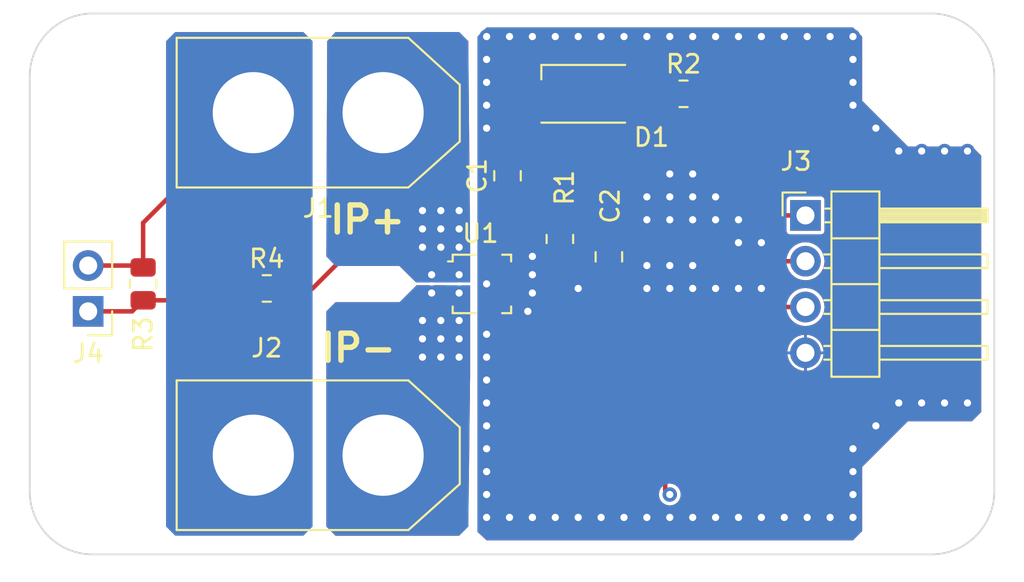
<source format=kicad_pcb>
(kicad_pcb (version 20211014) (generator pcbnew)
  (layers (0 "F.Cu" signal) (31 "B.Cu" signal) (34 "B.Paste" user) (35 "F.Paste" user) (36 "B.SilkS" user "B.Silkscreen") (37 "F.SilkS" user "F.Silkscreen") (38 "B.Mask" user) (39 "F.Mask" user) (44 "Edge.Cuts" user))
  (net 0 "")
  (net 1 "VCC")
  (net 2 "GND")
  (net 3 "Net-(C2-Pad1)")
  (net 4 "Net-(J3-Pad3)")
  (net 5 "Net-(D1-Pad2)")
  (net 6 "Net-(U1-Pad1)")
  (net 7 "Net-(J1-Pad2)")
  (net 8 "Net-(U1-Pad2)")
  (net 9 "Net-(J4-Pad1)")
  (footprint "Sensor_Current:Allegro_QFN-12-10-1EP_3x3mm_P0.5mm" (layer "F.Cu") (at 116.5 95)
    (fp_text reference "U1" (at 0 -2.8) (layer "F.SilkS"))
    (fp_text value "ACS711xEXLT-15AB")
    (fp_line (start -1.54 1.25) (end -1.54 1.62) (layer "F.SilkS") (width 0.12))
    (fp_line (start 1.7 -1.62) (end 1.2 -1.62) (layer "F.SilkS") (width 0.12))
    (fp_line (start 1.7 -1.62) (end 1.7 -1.25) (layer "F.SilkS") (width 0.12))
    (fp_line (start 1.7 1.62) (end 1.2 1.62) (layer "F.SilkS") (width 0.12))
    (fp_line (start 1.7 1.25) (end 1.7 1.62) (layer "F.SilkS") (width 0.12))
    (fp_line (start -1.54 -1.62) (end -0.25 -1.62) (layer "F.SilkS") (width 0.12))
    (fp_line (start -1.54 1.62) (end -0.25 1.62) (layer "F.SilkS") (width 0.12))
    (fp_line (start -1.54 -1.62) (end -1.54 -1.25) (layer "F.SilkS") (width 0.12))
    (fp_line (start -1.54 -1.25) (end -1.8 -1.25) (layer "F.SilkS") (width 0.12))
    (pad "1" smd rect (at -0.785 -0.7 45) (size 0.2828 0.2828) (layers "F.Cu" "F.Paste" "F.Mask") (net 6 "Net-(U1-Pad1)"))
    (pad "1" smd rect (at -0.685 -0.4) (size 0.2 0.6) (layers "F.Cu" "F.Paste" "F.Mask") (net 6 "Net-(U1-Pad1)"))
    (pad "1" smd rect (at -1.32 -0.5) (size 1.07 0.8) (layers "F.Cu" "F.Paste" "F.Mask") (net 6 "Net-(U1-Pad1)"))
    (pad "2" smd rect (at -1.32 0.5) (size 1.07 0.8) (layers "F.Cu" "F.Paste" "F.Mask") (net 8 "Net-(U1-Pad2)"))
    (pad "2" smd rect (at -0.685 0.4) (size 0.2 0.6) (layers "F.Cu" "F.Paste" "F.Mask") (net 8 "Net-(U1-Pad2)"))
    (pad "2" smd rect (at -0.785 0.7 45) (size 0.2828 0.2828) (layers "F.Cu" "F.Paste" "F.Mask") (net 8 "Net-(U1-Pad2)"))
    (pad "3" smd rect (at 0.23 1.45) (size 0.3 0.85) (layers "F.Cu" "F.Paste" "F.Mask") (net 2 "GND"))
    (pad "4" smd rect (at 0.73 1.45) (size 0.3 0.85) (layers "F.Cu" "F.Paste" "F.Mask") (net 4 "Net-(J3-Pad3)"))
    (pad "5" smd rect (at 1.43 0.75) (size 0.85 0.3) (layers "F.Cu" "F.Paste" "F.Mask") (net 2 "GND"))
    (pad "6" smd rect (at 1.43 0.25) (size 0.85 0.3) (layers "F.Cu" "F.Paste" "F.Mask") (net 2 "GND"))
    (pad "7" smd rect (at 1.43 -0.25) (size 0.85 0.3) (layers "F.Cu" "F.Paste" "F.Mask") (net 2 "GND"))
    (pad "8" smd rect (at 1.43 -0.75) (size 0.85 0.3) (layers "F.Cu" "F.Paste" "F.Mask") (net 2 "GND"))
    (pad "9" smd rect (at 0.73 -1.45) (size 0.3 0.85) (layers "F.Cu" "F.Paste" "F.Mask") (net 3 "Net-(C2-Pad1)"))
    (pad "10" smd rect (at 0.23 -1.45) (size 0.3 0.85) (layers "F.Cu" "F.Paste" "F.Mask") (net 1 "VCC"))
  )
  (footprint "Connector_PinHeader_2.54mm:PinHeader_1x04_P2.54mm_Horizontal" (layer "F.Cu") (at 134.525 91.2)
    (fp_text reference "J3" (at -0.525 -3) (layer "F.SilkS"))
    (fp_text value "Conn_01x04")
    (fp_line (start 10.1 7.24) (end 10.1 8) (layer "F.SilkS") (width 0.12))
    (fp_line (start 1.042929 2.16) (end 1.44 2.16) (layer "F.SilkS") (width 0.12))
    (fp_line (start 1.44 8.95) (end 4.1 8.95) (layer "F.SilkS") (width 0.12))
    (fp_line (start 4.1 4.7) (end 10.1 4.7) (layer "F.SilkS") (width 0.12))
    (fp_line (start 4.1 -0.32) (end 10.1 -0.32) (layer "F.SilkS") (width 0.12))
    (fp_line (start 1.44 -1.33) (end 1.44 8.95) (layer "F.SilkS") (width 0.12))
    (fp_line (start 1.11 -0.38) (end 1.44 -0.38) (layer "F.SilkS") (width 0.12))
    (fp_line (start 4.1 0.04) (end 10.1 0.04) (layer "F.SilkS") (width 0.12))
    (fp_line (start 10.1 4.7) (end 10.1 5.46) (layer "F.SilkS") (width 0.12))
    (fp_line (start 4.1 0.28) (end 10.1 0.28) (layer "F.SilkS") (width 0.12))
    (fp_line (start 10.1 0.38) (end 4.1 0.38) (layer "F.SilkS") (width 0.12))
    (fp_line (start 4.1 -0.2) (end 10.1 -0.2) (layer "F.SilkS") (width 0.12))
    (fp_line (start 4.1 2.16) (end 10.1 2.16) (layer "F.SilkS") (width 0.12))
    (fp_line (start 1.11 0.38) (end 1.44 0.38) (layer "F.SilkS") (width 0.12))
    (fp_line (start 1.042929 8) (end 1.44 8) (layer "F.SilkS") (width 0.12))
    (fp_line (start 10.1 2.92) (end 4.1 2.92) (layer "F.SilkS") (width 0.12))
    (fp_line (start 1.44 3.81) (end 4.1 3.81) (layer "F.SilkS") (width 0.12))
    (fp_line (start 4.1 -0.08) (end 10.1 -0.08) (layer "F.SilkS") (width 0.12))
    (fp_line (start 1.44 6.35) (end 4.1 6.35) (layer "F.SilkS") (width 0.12))
    (fp_line (start -1.27 0) (end -1.27 -1.27) (layer "F.SilkS") (width 0.12))
    (fp_line (start 4.1 0.16) (end 10.1 0.16) (layer "F.SilkS") (width 0.12))
    (fp_line (start 1.042929 7.24) (end 1.44 7.24) (layer "F.SilkS") (width 0.12))
    (fp_line (start 1.042929 2.92) (end 1.44 2.92) (layer "F.SilkS") (width 0.12))
    (fp_line (start -1.27 -1.27) (end 0 -1.27) (layer "F.SilkS") (width 0.12))
    (fp_line (start 1.042929 4.7) (end 1.44 4.7) (layer "F.SilkS") (width 0.12))
    (fp_line (start 10.1 8) (end 4.1 8) (layer "F.SilkS") (width 0.12))
    (fp_line (start 10.1 -0.38) (end 10.1 0.38) (layer "F.SilkS") (width 0.12))
    (fp_line (start 1.042929 5.46) (end 1.44 5.46) (layer "F.SilkS") (width 0.12))
    (fp_line (start 4.1 8.95) (end 4.1 -1.33) (layer "F.SilkS") (width 0.12))
    (fp_line (start 4.1 -0.38) (end 10.1 -0.38) (layer "F.SilkS") (width 0.12))
    (fp_line (start 1.44 1.27) (end 4.1 1.27) (layer "F.SilkS") (width 0.12))
    (fp_line (start 10.1 2.16) (end 10.1 2.92) (layer "F.SilkS") (width 0.12))
    (fp_line (start 4.1 7.24) (end 10.1 7.24) (layer "F.SilkS") (width 0.12))
    (fp_line (start 10.1 5.46) (end 4.1 5.46) (layer "F.SilkS") (width 0.12))
    (fp_line (start 4.1 -1.33) (end 1.44 -1.33) (layer "F.SilkS") (width 0.12))
    (pad "1" thru_hole rect (at 0 0) (size 1.7 1.7) (drill 1) (layers *.Cu *.Mask) (net 1 "VCC"))
    (pad "2" thru_hole oval (at 0 2.54) (size 1.7 1.7) (drill 1) (layers *.Cu *.Mask) (net 3 "Net-(C2-Pad1)"))
    (pad "3" thru_hole oval (at 0 5.08) (size 1.7 1.7) (drill 1) (layers *.Cu *.Mask) (net 4 "Net-(J3-Pad3)"))
    (pad "4" thru_hole oval (at 0 7.62) (size 1.7 1.7) (drill 1) (layers *.Cu *.Mask) (net 2 "GND"))
  )
  (footprint "MountingHole:MountingHole_3.2mm_M3" (layer "F.Cu") (at 95 106.5)
    (fp_text reference "H3" hide)
    (fp_text value "MountingHole")
    (pad "" np_thru_hole circle (at 0 0) (size 3.2 3.2) (drill 3.2) (layers *.Cu *.Mask))
  )
  (footprint "Resistor_SMD:R_0805_2012Metric" (layer "F.Cu") (at 127.762 84.455)
    (fp_text reference "R2" (at 0 -1.65) (layer "F.SilkS"))
    (fp_text value "1k")
    (fp_line (start -0.227064 0.735) (end 0.227064 0.735) (layer "F.SilkS") (width 0.12))
    (fp_line (start -0.227064 -0.735) (end 0.227064 -0.735) (layer "F.SilkS") (width 0.12))
    (pad "1" smd roundrect (at -0.9125 0) (size 1.025 1.4) (layers "F.Cu" "F.Paste" "F.Mask") (roundrect_rratio 0.243902) (net 5 "Net-(D1-Pad2)"))
    (pad "2" smd roundrect (at 0.9125 0) (size 1.025 1.4) (layers "F.Cu" "F.Paste" "F.Mask") (roundrect_rratio 0.243902) (net 1 "VCC"))
  )
  (footprint "MountingHole:MountingHole_3.2mm_M3" (layer "F.Cu") (at 141.5 83.5)
    (fp_text reference "H2" hide)
    (fp_text value "MountingHole")
    (pad "" np_thru_hole circle (at 0 0) (size 3.2 3.2) (drill 3.2) (layers *.Cu *.Mask))
  )
  (footprint "Capacitor_SMD:C_0805_2012Metric" (layer "F.Cu") (at 123.6218 93.4974 -90)
    (fp_text reference "C2" (at -2.8194 -0.0762 90) (layer "F.SilkS"))
    (fp_text value "DNP")
    (fp_line (start -0.261252 -0.735) (end 0.261252 -0.735) (layer "F.SilkS") (width 0.12))
    (fp_line (start -0.261252 0.735) (end 0.261252 0.735) (layer "F.SilkS") (width 0.12))
    (pad "1" smd roundrect (at -0.95 0 270) (size 1 1.45) (layers "F.Cu" "F.Paste" "F.Mask") (net 3 "Net-(C2-Pad1)"))
    (pad "2" smd roundrect (at 0.95 0 270) (size 1 1.45) (layers "F.Cu" "F.Paste" "F.Mask") (net 2 "GND"))
  )
  (footprint "Connector_AMASS:AMASS_XT60-M_1x02_P7.20mm_Vertical" (layer "F.Cu") (at 111.1 85.5 180)
    (fp_text reference "J1" (at 3.6 -5.3) (layer "F.SilkS"))
    (fp_text value "Conn_01x02")
    (fp_line (start 11.45 4.15) (end 11.45 -4.15) (layer "F.SilkS") (width 0.12))
    (fp_line (start -4.25 -1.6) (end -4.25 1.55) (layer "F.SilkS") (width 0.12))
    (fp_line (start 11.45 -4.15) (end -1.4 -4.15) (layer "F.SilkS") (width 0.12))
    (fp_line (start -4.25 1.55) (end -1.4 4.15) (layer "F.SilkS") (width 0.12))
    (fp_line (start -1.4 -4.15) (end -4.25 -1.6) (layer "F.SilkS") (width 0.12))
    (fp_line (start -1.4 4.15) (end 11.45 4.15) (layer "F.SilkS") (width 0.12))
    (pad "1" thru_hole roundrect (at 0 0 180) (size 6 6) (drill 4.5) (layers *.Cu *.Mask) (net 6 "Net-(U1-Pad1)"))
    (pad "2" thru_hole circle (at 7.2 0 180) (size 6 6) (drill 4.5) (layers *.Cu *.Mask) (net 7 "Net-(J1-Pad2)"))
  )
  (footprint "Connector_AMASS:AMASS_XT60-F_1x02_P7.20mm_Vertical" (layer "F.Cu") (at 111.1 104.5 180)
    (fp_text reference "J2" (at 6.452 5.948) (layer "F.SilkS"))
    (fp_text value "Conn_01x02")
    (fp_line (start -4.25 1.55) (end -1.4 4.15) (layer "F.SilkS") (width 0.12))
    (fp_line (start 11.45 -4.15) (end -1.4 -4.15) (layer "F.SilkS") (width 0.12))
    (fp_line (start -1.4 -4.15) (end -4.25 -1.6) (layer "F.SilkS") (width 0.12))
    (fp_line (start 11.45 4.15) (end 11.45 -4.15) (layer "F.SilkS") (width 0.12))
    (fp_line (start -1.4 4.15) (end 11.45 4.15) (layer "F.SilkS") (width 0.12))
    (fp_line (start -4.25 -1.6) (end -4.25 1.55) (layer "F.SilkS") (width 0.12))
    (pad "1" thru_hole roundrect (at 0 0 180) (size 6 6) (drill 4.5) (layers *.Cu *.Mask) (net 8 "Net-(U1-Pad2)"))
    (pad "2" thru_hole circle (at 7.2 0 180) (size 6 6) (drill 4.5) (layers *.Cu *.Mask) (net 7 "Net-(J1-Pad2)"))
  )
  (footprint "Resistor_SMD:R_0805_2012Metric" (layer "F.Cu") (at 120.904 92.5068 -90)
    (fp_text reference "R1" (at -2.8448 -0.254 90) (layer "F.SilkS"))
    (fp_text value "1k")
    (fp_line (start -0.227064 0.735) (end 0.227064 0.735) (layer "F.SilkS") (width 0.12))
    (fp_line (start -0.227064 -0.735) (end 0.227064 -0.735) (layer "F.SilkS") (width 0.12))
    (pad "1" smd roundrect (at -0.9125 0 270) (size 1.025 1.4) (layers "F.Cu" "F.Paste" "F.Mask") (roundrect_rratio 0.243902) (net 1 "VCC"))
    (pad "2" smd roundrect (at 0.9125 0 270) (size 1.025 1.4) (layers "F.Cu" "F.Paste" "F.Mask") (roundrect_rratio 0.243902) (net 4 "Net-(J3-Pad3)"))
  )
  (footprint "Resistor_SMD:R_0805_2012Metric" (layer "F.Cu") (at 104.648 95.25)
    (fp_text reference "R4" (at 0 -1.65) (layer "F.SilkS"))
    (fp_text value "R_Small")
    (fp_line (start -0.227064 -0.735) (end 0.227064 -0.735) (layer "F.SilkS") (width 0.12))
    (fp_line (start -0.227064 0.735) (end 0.227064 0.735) (layer "F.SilkS") (width 0.12))
    (pad "1" smd roundrect (at -0.9125 0) (size 1.025 1.4) (layers "F.Cu" "F.Paste" "F.Mask") (roundrect_rratio 0.243902) (net 9 "Net-(J4-Pad1)"))
    (pad "2" smd roundrect (at 0.9125 0) (size 1.025 1.4) (layers "F.Cu" "F.Paste" "F.Mask") (roundrect_rratio 0.243902) (net 6 "Net-(U1-Pad1)"))
  )
  (footprint "Capacitor_SMD:C_0805_2012Metric" (layer "F.Cu") (at 118 89 90)
    (fp_text reference "C1" (at 0 -1.68 90) (layer "F.SilkS"))
    (fp_text value "100nF")
    (fp_line (start -0.261252 0.735) (end 0.261252 0.735) (layer "F.SilkS") (width 0.12))
    (fp_line (start -0.261252 -0.735) (end 0.261252 -0.735) (layer "F.SilkS") (width 0.12))
    (pad "1" smd roundrect (at -0.95 0 90) (size 1 1.45) (layers "F.Cu" "F.Paste" "F.Mask") (net 1 "VCC"))
    (pad "2" smd roundrect (at 0.95 0 90) (size 1 1.45) (layers "F.Cu" "F.Paste" "F.Mask") (net 2 "GND"))
  )
  (footprint "MountingHole:MountingHole_3.2mm_M3" (layer "F.Cu") (at 95 83.5)
    (fp_text reference "H1" hide)
    (fp_text value "MountingHole")
    (pad "" np_thru_hole circle (at 0 0) (size 3.2 3.2) (drill 3.2) (layers *.Cu *.Mask))
  )
  (footprint "MountingHole:MountingHole_3.2mm_M3" (layer "F.Cu") (at 141.5 106.5)
    (fp_text reference "H4" hide)
    (fp_text value "MountingHole")
    (pad "" np_thru_hole circle (at 0 0) (size 3.2 3.2) (drill 3.2) (layers *.Cu *.Mask))
  )
  (footprint "Connector_PinHeader_2.54mm:PinHeader_1x02_P2.54mm_Vertical" (layer "F.Cu") (at 94.742 96.52 180)
    (fp_text reference "J4" (at 0 -2.33 180) (layer "F.SilkS"))
    (fp_text value "Conn_01x02")
    (fp_line (start -1.33 -1.33) (end 0 -1.33) (layer "F.SilkS") (width 0.12))
    (fp_line (start -1.33 1.27) (end 1.33 1.27) (layer "F.SilkS") (width 0.12))
    (fp_line (start -1.33 1.27) (end -1.33 3.87) (layer "F.SilkS") (width 0.12))
    (fp_line (start -1.33 0) (end -1.33 -1.33) (layer "F.SilkS") (width 0.12))
    (fp_line (start 1.33 1.27) (end 1.33 3.87) (layer "F.SilkS") (width 0.12))
    (fp_line (start -1.33 3.87) (end 1.33 3.87) (layer "F.SilkS") (width 0.12))
    (pad "1" thru_hole rect (at 0 0 180) (size 1.7 1.7) (drill 1) (layers *.Cu *.Mask) (net 9 "Net-(J4-Pad1)"))
    (pad "2" thru_hole oval (at 0 2.54 180) (size 1.7 1.7) (drill 1) (layers *.Cu *.Mask) (net 7 "Net-(J1-Pad2)"))
  )
  (footprint "LED_SMD:LED_PLCC-2" (layer "F.Cu") (at 122.2756 84.455)
    (fp_text reference "D1" (at 3.7084 2.413) (layer "F.SilkS"))
    (fp_text value "LED")
    (fp_line (start 2.25 1.6) (end -2.4 1.6) (layer "F.SilkS") (width 0.12))
    (fp_line (start 2.25 -1.6) (end -2.4 -1.6) (layer "F.SilkS") (width 0.12))
    (fp_line (start -2.4 -1.6) (end -2.4 -0.8) (layer "F.SilkS") (width 0.12))
    (pad "1" smd rect (at -1.5 0) (size 1.5 2.6) (layers "F.Cu" "F.Paste" "F.Mask") (net 2 "GND"))
    (pad "2" smd rect (at 1.5 0) (size 1.5 2.6) (layers "F.Cu" "F.Paste" "F.Mask") (net 5 "Net-(D1-Pad2)"))
  )
  (footprint "Resistor_SMD:R_0805_2012Metric" (layer "F.Cu") (at 97.79 94.996 -90)
    (fp_text reference "R3" (at 2.794 0 90) (layer "F.SilkS"))
    (fp_text value "R_Small")
    (fp_line (start -0.227064 -0.735) (end 0.227064 -0.735) (layer "F.SilkS") (width 0.12))
    (fp_line (start -0.227064 0.735) (end 0.227064 0.735) (layer "F.SilkS") (width 0.12))
    (pad "1" smd roundrect (at -0.9125 0 270) (size 1.025 1.4) (layers "F.Cu" "F.Paste" "F.Mask") (roundrect_rratio 0.243902) (net 7 "Net-(J1-Pad2)"))
    (pad "2" smd roundrect (at 0.9125 0 270) (size 1.025 1.4) (layers "F.Cu" "F.Paste" "F.Mask") (roundrect_rratio 0.243902) (net 9 "Net-(J4-Pad1)"))
  )
  (gr_arc (start 95 110) (mid 92.525126 108.974874) (end 91.5 106.5) (layer "Edge.Cuts") (width 0.1))
  (gr_line (start 145 83.5) (end 145 106.5) (layer "Edge.Cuts") (width 0.1))
  (gr_line (start 141.5 110) (end 95 110) (layer "Edge.Cuts") (width 0.1))
  (gr_line (start 95 80) (end 141.5 80) (layer "Edge.Cuts") (width 0.1))
  (gr_line (start 91.5 106.5) (end 91.5 83.5) (layer "Edge.Cuts") (width 0.1))
  (gr_arc (start 91.5 83.5) (mid 92.525126 81.025126) (end 95 80) (layer "Edge.Cuts") (width 0.1))
  (gr_arc (start 145 106.5) (mid 143.974874 108.974874) (end 141.5 110) (layer "Edge.Cuts") (width 0.1))
  (gr_arc (start 141.5 80) (mid 143.974874 81.025126) (end 145 83.5) (layer "Edge.Cuts") (width 0.1))
  (gr_text "IP+" (at 110.236 91.44) (layer "F.SilkS") (effects (font (size 1.5 1.5) (thickness 0.3))))
  (gr_text "IP-\n" (at 109.728 98.552) (layer "F.SilkS") (effects (font (size 1.5 1.5) (thickness 0.3))))
  (segment (start 120.904 90.678) (end 120.904 91.5943) (width 0.25) (layer "F.Cu") (net 1))
  (segment (start 128.6745 84.455) (end 128.6745 87.5265) (width 0.25) (layer "F.Cu") (net 1))
  (segment (start 120.176 89.95) (end 120.904 90.678) (width 0.25) (layer "F.Cu") (net 1))
  (segment (start 128.6745 87.5265) (end 132.348 91.2) (width 0.25) (layer "F.Cu") (net 1))
  (segment (start 118 89.95) (end 124.426 89.95) (width 0.25) (layer "F.Cu") (net 1))
  (segment (start 118 89.95) (end 120.176 89.95) (width 0.25) (layer "F.Cu") (net 1))
  (segment (start 124.426 89.95) (end 128.6745 85.7015) (width 0.25) (layer "F.Cu") (net 1))
  (segment (start 132.348 91.2) (end 134.525 91.2) (width 0.25) (layer "F.Cu") (net 1))
  (segment (start 118 90.7372) (end 116.73 92.0072) (width 0.25) (layer "F.Cu") (net 1))
  (segment (start 128.6745 85.7015) (end 128.6745 84.455) (width 0.25) (layer "F.Cu") (net 1))
  (segment (start 118 89.95) (end 118 90.7372) (width 0.25) (layer "F.Cu") (net 1))
  (segment (start 116.73 92.0072) (end 116.73 93.55) (width 0.25) (layer "F.Cu") (net 1))
  (via (at 116.84 86.36) (size 0.8) (drill 0.4) (layers "F.Cu" "B.Cu") (net 2))
  (via (at 125.73 95.25) (size 0.8) (drill 0.4) (layers "F.Cu" "B.Cu") (net 2))
  (via (at 119.38 94.488) (size 0.8) (drill 0.4) (layers "F.Cu" "B.Cu") (net 2))
  (via (at 116.84 100.33) (size 0.8) (drill 0.4) (layers "F.Cu" "B.Cu") (net 2))
  (via (at 118.11 81.28) (size 0.8) (drill 0.4) (layers "F.Cu" "B.Cu") (net 2))
  (via (at 137.16 106.68) (size 0.8) (drill 0.4) (layers "F.Cu" "B.Cu") (net 2))
  (via (at 130.81 92.71) (size 0.8) (drill 0.4) (layers "F.Cu" "B.Cu") (net 2))
  (via (at 140.97 87.63) (size 0.8) (drill 0.4) (layers "F.Cu" "B.Cu") (net 2))
  (via (at 128.27 90.17) (size 0.8) (drill 0.4) (layers "F.Cu" "B.Cu") (net 2))
  (via (at 116.84 82.55) (size 0.8) (drill 0.4) (layers "F.Cu" "B.Cu") (net 2))
  (via (at 127 95.25) (size 0.8) (drill 0.4) (layers "F.Cu" "B.Cu") (net 2))
  (via (at 125.73 91.44) (size 0.8) (drill 0.4) (layers "F.Cu" "B.Cu") (net 2))
  (via (at 125.73 81.28) (size 0.8) (drill 0.4) (layers "F.Cu" "B.Cu") (net 2))
  (via (at 116.84 107.95) (size 0.8) (drill 0.4) (layers "F.Cu" "B.Cu") (net 2))
  (via (at 133.35 107.95) (size 0.8) (drill 0.4) (layers "F.Cu" "B.Cu") (net 2))
  (via (at 130.81 95.25) (size 0.8) (drill 0.4) (layers "F.Cu" "B.Cu") (net 2))
  (via (at 119.38 107.95) (size 0.8) (drill 0.4) (layers "F.Cu" "B.Cu") (net 2))
  (via (at 116.84 81.28) (size 0.8) (drill 0.4) (layers "F.Cu" "B.Cu") (net 2))
  (via (at 134.62 81.28) (size 0.8) (drill 0.4) (layers "F.Cu" "B.Cu") (net 2))
  (via (at 134.62 107.95) (size 0.8) (drill 0.4) (layers "F.Cu" "B.Cu") (net 2))
  (via (at 129.54 90.17) (size 0.8) (drill 0.4) (layers "F.Cu" "B.Cu") (net 2))
  (via (at 128.27 88.9) (size 0.8) (drill 0.4) (layers "F.Cu" "B.Cu") (net 2))
  (via (at 116.84 85.09) (size 0.8) (drill 0.4) (layers "F.Cu" "B.Cu") (net 2))
  (via (at 116.84 104.14) (size 0.8) (drill 0.4) (layers "F.Cu" "B.Cu") (net 2))
  (via (at 142.24 101.6) (size 0.8) (drill 0.4) (layers "F.Cu" "B.Cu") (net 2))
  (via (at 119.126 96.52) (size 0.8) (drill 0.4) (layers "F.Cu" "B.Cu") (net 2))
  (via (at 130.81 81.28) (size 0.8) (drill 0.4) (layers "F.Cu" "B.Cu") (net 2))
  (via (at 128.27 91.44) (size 0.8) (drill 0.4) (layers "F.Cu" "B.Cu") (net 2))
  (via (at 119.38 95.504) (size 0.8) (drill 0.4) (layers "F.Cu" "B.Cu") (net 2))
  (via (at 121.92 81.28) (size 0.8) (drill 0.4) (layers "F.Cu" "B.Cu") (net 2))
  (via (at 116.84 83.82) (size 0.8) (drill 0.4) (layers "F.Cu" "B.Cu") (net 2))
  (via (at 139.7 101.6) (size 0.8) (drill 0.4) (layers "F.Cu" "B.Cu") (net 2))
  (via (at 121.92 95.25) (size 0.8) (drill 0.4) (layers "F.Cu" "B.Cu") (net 2))
  (via (at 137.16 83.82) (size 0.8) (drill 0.4) (layers "F.Cu" "B.Cu") (net 2))
  (via (at 129.54 95.25) (size 0.8) (drill 0.4) (layers "F.Cu" "B.Cu") (net 2))
  (via (at 129.54 107.95) (size 0.8) (drill 0.4) (layers "F.Cu" "B.Cu") (net 2))
  (via (at 137.16 81.28) (size 0.8) (drill 0.4) (layers "F.Cu" "B.Cu") (net 2))
  (via (at 137.16 85.09) (size 0.8) (drill 0.4) (layers "F.Cu" "B.Cu") (net 2))
  (via (at 140.97 101.6) (size 0.8) (drill 0.4) (layers "F.Cu" "B.Cu") (net 2))
  (via (at 123.19 81.28) (size 0.8) (drill 0.4) (layers "F.Cu" "B.Cu") (net 2))
  (via (at 116.84 101.6) (size 0.8) (drill 0.4) (layers "F.Cu" "B.Cu") (net 2))
  (via (at 127 81.28) (size 0.8) (drill 0.4) (layers "F.Cu" "B.Cu") (net 2))
  (via (at 116.84 97.79) (size 0.8) (drill 0.4) (layers "F.Cu" "B.Cu") (net 2))
  (via (at 138.43 86.36) (size 0.8) (drill 0.4) (layers "F.Cu" "B.Cu") (net 2))
  (via (at 124.46 107.95) (size 0.8) (drill 0.4) (layers "F.Cu" "B.Cu") (net 2))
  (via (at 130.81 107.95) (size 0.8) (drill 0.4) (layers "F.Cu" "B.Cu") (net 2))
  (via (at 132.08 95.25) (size 0.8) (drill 0.4) (layers "F.Cu" "B.Cu") (net 2))
  (via (at 127 90.17) (size 0.8) (drill 0.4) (layers "F.Cu" "B.Cu") (net 2))
  (via (at 118.11 107.95) (size 0.8) (drill 0.4) (layers "F.Cu" "B.Cu") (net 2))
  (via (at 137.16 104.14) (size 0.8) (drill 0.4) (layers "F.Cu" "B.Cu") (net 2))
  (via (at 127 107.95) (size 0.8) (drill 0.4) (layers "F.Cu" "B.Cu") (net 2))
  (via (at 119.38 81.28) (size 0.8) (drill 0.4) (layers "F.Cu" "B.Cu") (net 2))
  (via (at 128.27 81.28) (size 0.8) (drill 0.4) (layers "F.Cu" "B.Cu") (net 2))
  (via (at 129.54 81.28) (size 0.8) (drill 0.4) (layers "F.Cu" "B.Cu") (net 2))
  (via (at 127 88.9) (size 0.8) (drill 0.4) (layers "F.Cu" "B.Cu") (net 2))
  (via (at 128.27 107.95) (size 0.8) (drill 0.4) (layers "F.Cu" "B.Cu") (net 2))
  (via (at 121.92 107.95) (size 0.8) (drill 0.4) (layers "F.Cu" "B.Cu") (net 2))
  (via (at 125.73 93.98) (size 0.8) (drill 0.4) (layers "F.Cu" "B.Cu") (net 2))
  (via (at 142.24 87.63) (size 0.8) (drill 0.4) (layers "F.Cu" "B.Cu") (net 2))
  (via (at 137.16 105.41) (size 0.8) (drill 0.4) (layers "F.Cu" "B.Cu") (net 2))
  (via (at 116.84 94.996) (size 0.8) (drill 0.4) (layers "F.Cu" "B.Cu") (net 2))
  (via (at 137.16 82.55) (size 0.8) (drill 0.4) (layers "F.Cu" "B.Cu") (net 2))
  (via (at 120.65 107.95) (size 0.8) (drill 0.4) (layers "F.Cu" "B.Cu") (net 2))
  (via (at 127 93.98) (size 0.8) (drill 0.4) (layers "F.Cu" "B.Cu") (net 2))
  (via (at 116.84 106.68) (size 0.8) (drill 0.4) (layers "F.Cu" "B.Cu") (net 2))
  (via (at 125.73 107.95) (size 0.8) (drill 0.4) (layers "F.Cu" "B.Cu") (net 2))
  (via (at 132.08 107.95) (size 0.8) (drill 0.4) (layers "F.Cu" "B.Cu") (net 2))
  (via (at 138.43 102.87) (size 0.8) (drill 0.4) (layers "F.Cu" "B.Cu") (net 2))
  (via (at 132.08 81.28) (size 0.8) (drill 0.4) (layers "F.Cu" "B.Cu") (net 2))
  (via (at 133.35 81.28) (size 0.8) (drill 0.4) (layers "F.Cu" "B.Cu") (net 2))
  (via (at 135.89 81.28) (size 0.8) (drill 0.4) (layers "F.Cu" "B.Cu") (net 2))
  (via (at 129.54 91.44) (size 0.8) (drill 0.4) (layers "F.Cu" "B.Cu") (net 2))
  (via (at 120.65 81.28) (size 0.8) (drill 0.4) (layers "F.Cu" "B.Cu") (net 2))
  (via (at 128.27 93.98) (size 0.8) (drill 0.4) (layers "F.Cu" "B.Cu") (net 2))
  (via (at 127 91.44) (size 0.8) (drill 0.4) (layers "F.Cu" "B.Cu") (net 2))
  (via (at 139.7 87.63) (size 0.8) (drill 0.4) (layers "F.Cu" "B.Cu") (net 2))
  (via (at 137.16 107.95) (size 0.8) (drill 0.4) (layers "F.Cu" "B.Cu") (net 2))
  (via (at 135.89 107.95) (size 0.8) (drill 0.4) (layers "F.Cu" "B.Cu") (net 2))
  (via (at 132.08 92.71) (size 0.8) (drill 0.4) (layers "F.Cu" "B.Cu") (net 2))
  (via (at 123.19 107.95) (size 0.8) (drill 0.4) (layers "F.Cu" "B.Cu") (net 2))
  (via (at 143.51 101.6) (size 0.8) (drill 0.4) (layers "F.Cu" "B.Cu") (net 2))
  (via (at 116.84 99.06) (size 0.8) (drill 0.4) (layers "F.Cu" "B.Cu") (net 2))
  (via (at 119.38 107.95) (size 0.8) (drill 0.4) (layers "F.Cu" "B.Cu") (net 2))
  (via (at 124.46 81.28) (size 0.8) (drill 0.4) (layers "F.Cu" "B.Cu") (net 2))
  (via (at 119.38 93.472) (size 0.8) (drill 0.4) (layers "F.Cu" "B.Cu") (net 2))
  (via (at 130.81 91.44) (size 0.8) (drill 0.4) (layers "F.Cu" "B.Cu") (net 2))
  (via (at 125.73 90.17) (size 0.8) (drill 0.4) (layers "F.Cu" "B.Cu") (net 2))
  (via (at 128.27 95.25) (size 0.8) (drill 0.4) (layers "F.Cu" "B.Cu") (net 2))
  (via (at 116.84 102.87) (size 0.8) (drill 0.4) (layers "F.Cu" "B.Cu") (net 2))
  (via (at 116.84 105.41) (size 0.8) (drill 0.4) (layers "F.Cu" "B.Cu") (net 2))
  (via (at 143.51 87.63) (size 0.8) (drill 0.4) (layers "F.Cu" "B.Cu") (net 2))
  (segment (start 123.6218 92.5474) (end 117.5106 92.5474) (width 0.25) (layer "F.Cu") (net 3))
  (segment (start 117.23 92.828) (end 117.23 93.55) (width 0.25) (layer "F.Cu") (net 3))
  (segment (start 134.525 93.74) (end 129.808 93.74) (width 0.25) (layer "F.Cu") (net 3))
  (segment (start 128.6154 92.5474) (end 123.6218 92.5474) (width 0.25) (layer "F.Cu") (net 3))
  (segment (start 129.808 93.74) (end 128.6154 92.5474) (width 0.25) (layer "F.Cu") (net 3))
  (segment (start 117.5106 92.5474) (end 117.23 92.828) (width 0.25) (layer "F.Cu") (net 3))
  (segment (start 126.746 104.394) (end 126.746 104.902) (width 0.25) (layer "F.Cu") (net 4))
  (segment (start 122.174 101.346) (end 124.968 104.14) (width 0.25) (layer "F.Cu") (net 4))
  (segment (start 124.968 104.14) (end 125.476 103.632) (width 0.25) (layer "F.Cu") (net 4))
  (segment (start 126.746 105.41) (end 126.746 106.426) (width 0.25) (layer "F.Cu") (net 4))
  (segment (start 117.565 97.536) (end 119.3019 97.536) (width 0.25) (layer "F.Cu") (net 4))
  (segment (start 117.23 97.154695) (end 117.565 97.489695) (width 0.25) (layer "F.Cu") (net 4))
  (segment (start 122.174 100.33) (end 122.174 101.346) (width 0.25) (layer "F.Cu") (net 4))
  (segment (start 120.5579 96.28) (end 122.188 96.28) (width 0.25) (layer "F.Cu") (net 4))
  (segment (start 122.188 96.28) (end 122.188 100.316) (width 0.25) (layer "F.Cu") (net 4))
  (segment (start 128.778 104.394) (end 126.746 104.394) (width 0.25) (layer "F.Cu") (net 4))
  (segment (start 125.476 102.616) (end 129.286 102.616) (width 0.25) (layer "F.Cu") (net 4))
  (segment (start 120.904 93.4193) (end 120.904 95.9339) (width 0.25) (layer "F.Cu") (net 4))
  (segment (start 125.476 103.632) (end 125.476 102.616) (width 0.25) (layer "F.Cu") (net 4))
  (segment (start 117.565 97.489695) (end 117.565 97.536) (width 0.25) (layer "F.Cu") (net 4))
  (segment (start 122.188 96.28) (end 134.525 96.28) (width 0.25) (layer "F.Cu") (net 4))
  (segment (start 122.188 100.316) (end 122.174 100.33) (width 0.25) (layer "F.Cu") (net 4))
  (segment (start 129.286 103.886) (end 128.778 104.394) (width 0.25) (layer "F.Cu") (net 4))
  (segment (start 129.286 102.616) (end 129.286 103.886) (width 0.25) (layer "F.Cu") (net 4))
  (segment (start 120.904 95.9339) (end 120.5579 96.28) (width 0.25) (layer "F.Cu") (net 4))
  (segment (start 126.746 104.902) (end 126.746 105.41) (width 0.25) (layer "F.Cu") (net 4))
  (segment (start 117.23 96.45) (end 117.23 97.154695) (width 0.25) (layer "F.Cu") (net 4))
  (segment (start 126.746 106.426) (end 127 106.68) (width 0.25) (layer "F.Cu") (net 4))
  (segment (start 119.3019 97.536) (end 120.5579 96.28) (width 0.25) (layer "F.Cu") (net 4))
  (via (at 127 106.68) (size 0.8) (drill 0.4) (layers "F.Cu" "B.Cu") (net 4))
  (segment (start 126.8495 84.455) (end 123.7756 84.455) (width 0.25) (layer "F.Cu") (net 5))
  (segment (start 107.188 95.25) (end 108.712 93.726) (width 0.25) (layer "F.Cu") (net 6))
  (segment (start 105.5605 95.25) (end 107.188 95.25) (width 0.25) (layer "F.Cu") (net 6))
  (via (at 113.284 90.932) (size 0.8) (drill 0.4) (layers "F.Cu" "B.Cu") (net 6))
  (via (at 114.3 90.932) (size 0.8) (drill 0.4) (layers "F.Cu" "B.Cu") (net 6))
  (via (at 114.3 91.948) (size 0.8) (drill 0.4) (layers "F.Cu" "B.Cu") (net 6))
  (via (at 115.316 92.964) (size 0.8) (drill 0.4) (layers "F.Cu" "B.Cu") (net 6))
  (via (at 113.284 92.964) (size 0.8) (drill 0.4) (layers "F.Cu" "B.Cu") (net 6))
  (via (at 115.316 90.932) (size 0.8) (drill 0.4) (layers "F.Cu" "B.Cu") (net 6))
  (via (at 113.792 94.488) (size 0.8) (drill 0.4) (layers "F.Cu" "B.Cu") (net 6))
  (via (at 115.316 94.488) (size 0.8) (drill 0.4) (layers "F.Cu" "B.Cu") (net 6))
  (via (at 114.3 92.964) (size 0.8) (drill 0.4) (layers "F.Cu" "B.Cu") (net 6))
  (via (at 115.316 91.948) (size 0.8) (drill 0.4) (layers "F.Cu" "B.Cu") (net 6))
  (via (at 113.284 91.948) (size 0.8) (drill 0.4) (layers "F.Cu" "B.Cu") (net 6))
  (segment (start 97.79 91.61) (end 97.79 94.0835) (width 0.25) (layer "F.Cu") (net 7))
  (segment (start 94.742 93.98) (end 97.6865 93.98) (width 0.25) (layer "F.Cu") (net 7))
  (segment (start 103.9 85.5) (end 97.79 91.61) (width 0.25) (layer "F.Cu") (net 7))
  (segment (start 97.6865 93.98) (end 97.79 94.0835) (width 0.25) (layer "F.Cu") (net 7))
  (via (at 113.792 95.504) (size 0.8) (drill 0.4) (layers "F.Cu" "B.Cu") (net 8))
  (via (at 113.284 98.044) (size 0.8) (drill 0.4) (layers "F.Cu" "B.Cu") (net 8))
  (via (at 115.316 95.504) (size 0.8) (drill 0.4) (layers "F.Cu" "B.Cu") (net 8))
  (via (at 113.284 99.06) (size 0.8) (drill 0.4) (layers "F.Cu" "B.Cu") (net 8))
  (via (at 113.284 97.028) (size 0.8) (drill 0.4) (layers "F.Cu" "B.Cu") (net 8))
  (via (at 115.316 97.028) (size 0.8) (drill 0.4) (layers "F.Cu" "B.Cu") (net 8))
  (via (at 115.316 99.06) (size 0.8) (drill 0.4) (layers "F.Cu" "B.Cu") (net 8))
  (via (at 115.316 98.044) (size 0.8) (drill 0.4) (layers "F.Cu" "B.Cu") (net 8))
  (via (at 114.3 97.028) (size 0.8) (drill 0.4) (layers "F.Cu" "B.Cu") (net 8))
  (via (at 114.3 98.044) (size 0.8) (drill 0.4) (layers "F.Cu" "B.Cu") (net 8))
  (via (at 114.3 99.06) (size 0.8) (drill 0.4) (layers "F.Cu" "B.Cu") (net 8))
  (segment (start 103.077 95.9085) (end 103.7355 95.25) (width 0.25) (layer "F.Cu") (net 9))
  (segment (start 94.742 96.52) (end 97.1785 96.52) (width 0.25) (layer "F.Cu") (net 9))
  (segment (start 97.79 95.9085) (end 103.077 95.9085) (width 0.25) (layer "F.Cu") (net 9))
  (segment (start 97.1785 96.52) (end 97.79 95.9085) (width 0.25) (layer "F.Cu") (net 9))
  (zone (net 2) (net_name "GND") (layers F&B.Cu) (connect_pads (clearance 0.0508)) (min_thickness 0.0254) (fill yes (thermal_gap 0.1508) (thermal_bridge_width 0.1508))
    (polygon (pts (xy 137.668 81.28) (xy 137.668 84.836) (xy 140.208 87.376) (xy 143.764 87.376) (xy 144.272 87.884) (xy 144.272 102.108) (xy 143.764 102.616) (xy 140.208 102.616) (xy 137.668 105.156) (xy 137.668 108.712) (xy 137.16 109.22) (xy 116.84 109.22) (xy 116.330889 108.753159) (xy 116.332 81.28) (xy 116.84 80.772) (xy 137.16 80.772)))
  )
  (zone (net 8) (net_name "Net-(U1-Pad2)") (layers F&B.Cu) (connect_pads yes (clearance 0.0508)) (min_thickness 0.0254) (fill yes (thermal_gap 0.0508) (thermal_bridge_width 0.0508))
    (polygon (pts (xy 115.9256 95.0722) (xy 115.9256 96.0374) (xy 115.9256 100.076) (xy 115.824 108.458) (xy 115.316 108.966) (xy 108.458 108.966) (xy 107.95 108.458) (xy 107.95 96.52) (xy 108.458 96.012) (xy 112.014 96.012) (xy 112.9538 95.0722)))
  )
  (zone (net 6) (net_name "Net-(U1-Pad1)") (layers F&B.Cu) (connect_pads yes (clearance 0.0508)) (min_thickness 0.0254) (fill yes (thermal_gap 0.0508) (thermal_bridge_width 0.0508))
    (polygon (pts (xy 108.458 81.026) (xy 115.316 81.026) (xy 115.824 81.534) (xy 115.9256 92.964) (xy 115.9256 94.9198) (xy 112.9284 94.9198) (xy 112 94) (xy 108.458 94) (xy 107.95 93.472) (xy 108 81.534)))
  )
  (zone (net 7) (net_name "Net-(J1-Pad2)") (layer "B.Cu") (connect_pads yes (clearance 0.0508)) (min_thickness 0.0254) (fill yes (thermal_gap 0.0508) (thermal_bridge_width 0.0508))
    (polygon (pts (xy 107.188 81.534) (xy 107.188 108.458) (xy 106.68 108.966) (xy 99.568 108.966) (xy 99.06 108.458) (xy 99.06 81.534) (xy 99.568 81.026) (xy 106.68 81.026)))
  )
)
</source>
